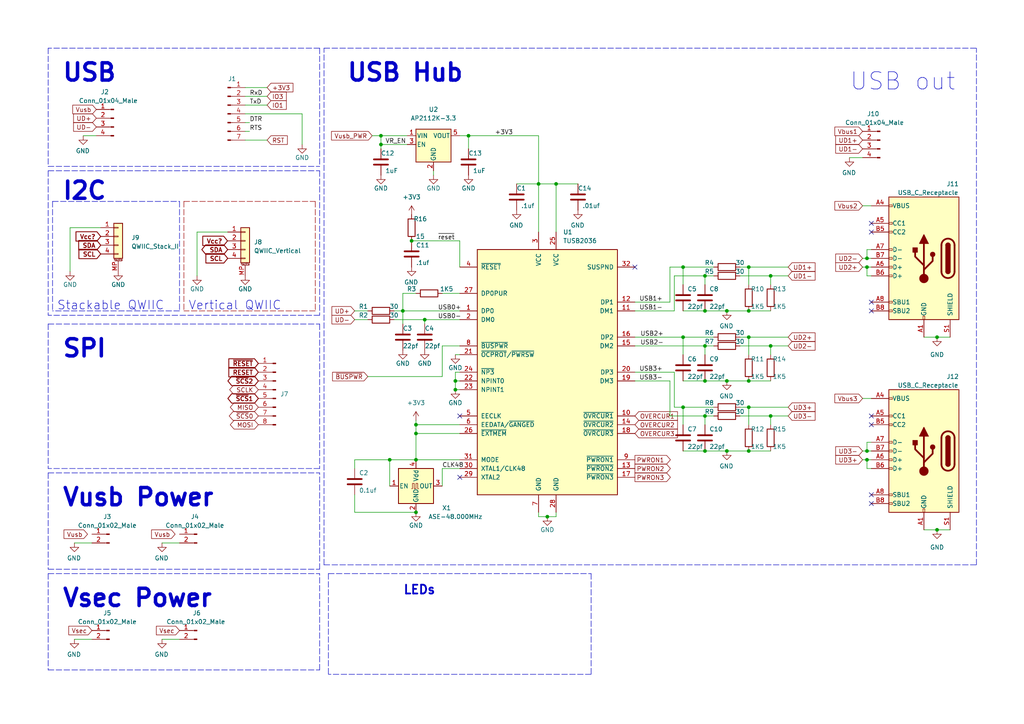
<source format=kicad_sch>
(kicad_sch (version 20211123) (generator eeschema)
  (paper "A4")
  (title_block (title "USB Hub") (rev "0.2.0") (company "The Nerd Mage"))
  (junction (at 251.46 77.47))
  (junction (at 251.46 74.93))
  (junction (at 328.93 132.08))
  (junction (at 119.38 69.85))
  (junction (at 161.29 53.34))
  (junction (at 204.47 110.49))
  (junction (at 123.19 92.71))
  (junction (at 113.03 133.35))
  (junction (at 210.82 90.17))
  (junction (at 132.08 113.03))
  (junction (at 251.46 133.35))
  (junction (at 328.93 40.64))
  (junction (at 217.17 77.47))
  (junction (at 335.28 45.72))
  (junction (at 110.49 41.91))
  (junction (at 320.04 69.85))
  (junction (at 217.17 110.49))
  (junction (at 271.78 97.79))
  (junction (at 198.12 97.79))
  (junction (at 120.65 148.59))
  (junction (at 217.17 118.11))
  (junction (at 223.52 100.33))
  (junction (at 271.78 153.67))
  (junction (at 328.93 78.74))
  (junction (at 328.93 123.19))
  (junction (at 204.47 120.65))
  (junction (at 116.84 90.17))
  (junction (at 198.12 118.11))
  (junction (at 120.65 133.35))
  (junction (at 335.28 137.16))
  (junction (at 110.49 39.37))
  (junction (at 320.04 123.19))
  (junction (at 132.08 110.49))
  (junction (at 198.12 77.47))
  (junction (at 217.17 90.17))
  (junction (at 156.21 53.34))
  (junction (at 217.17 130.81))
  (junction (at 223.52 120.65))
  (junction (at 210.82 110.49))
  (junction (at 328.93 31.75))
  (junction (at 223.52 80.01))
  (junction (at 120.65 123.19))
  (junction (at 217.17 97.79))
  (junction (at 204.47 100.33))
  (junction (at 204.47 80.01))
  (junction (at 320.04 31.75))
  (junction (at 135.89 39.37))
  (junction (at 335.28 83.82))
  (junction (at 120.65 125.73))
  (junction (at 210.82 130.81))
  (junction (at 328.93 69.85))
  (junction (at 204.47 90.17))
  (junction (at 251.46 130.81))
  (junction (at 158.75 149.86))
  (junction (at 204.47 130.81))
  (no_connect (at 252.73 90.17))
  (no_connect (at 184.15 77.47))
  (no_connect (at 252.73 123.19))
  (no_connect (at 252.73 67.31))
  (no_connect (at 133.35 138.43))
  (no_connect (at 252.73 64.77))
  (no_connect (at 252.73 120.65))
  (no_connect (at 252.73 146.05))
  (no_connect (at 252.73 143.51))
  (no_connect (at 133.35 120.65))
  (no_connect (at 252.73 87.63))
  (wire (pts (xy 132.08 107.95) (xy 132.08 110.49)))
  (wire (pts (xy 252.73 115.57) (xy 250.19 115.57)))
  (wire (pts (xy 214.63 77.47) (xy 217.17 77.47)))
  (wire (pts (xy 369.57 1.27) (xy 364.49 1.27)))
  (wire (pts (xy 252.73 130.81) (xy 251.46 130.81)))
  (wire (pts (xy 133.35 39.37) (xy 135.89 39.37)))
  (wire (pts (xy 204.47 80.01) (xy 204.47 82.55)))
  (wire (pts (xy 217.17 118.11) (xy 228.6 118.11)))
  (wire (pts (xy 328.93 123.19) (xy 336.55 123.19)))
  (wire (pts (xy 204.47 100.33) (xy 204.47 102.87)))
  (wire (pts (xy 110.49 41.91) (xy 110.49 43.18)))
  (wire (pts (xy 367.03 71.12) (xy 375.92 71.12)))
  (wire (pts (xy 320.04 31.75) (xy 328.93 31.75)))
  (polyline (pts (xy 95.25 166.37) (xy 171.45 166.37)))
  (wire (pts (xy 71.12 25.4) (xy 77.47 25.4)))
  (wire (pts (xy 367.03 140.97) (xy 375.92 140.97)))
  (wire (pts (xy 198.12 102.87) (xy 198.12 97.79)))
  (wire (pts (xy 132.08 113.03) (xy 133.35 113.03)))
  (wire (pts (xy 223.52 100.33) (xy 223.52 102.87)))
  (wire (pts (xy 336.55 69.85) (xy 336.55 71.12)))
  (wire (pts (xy 161.29 149.86) (xy 158.75 149.86)))
  (polyline (pts (xy 13.97 194.31) (xy 92.71 194.31)))
  (wire (pts (xy 313.69 78.74) (xy 328.93 78.74)))
  (wire (pts (xy 118.11 41.91) (xy 110.49 41.91)))
  (polyline (pts (xy 95.25 166.37) (xy 95.25 195.58)))
  (wire (pts (xy 156.21 53.34) (xy 156.21 67.31)))
  (wire (pts (xy 128.27 85.09) (xy 133.35 85.09)))
  (wire (pts (xy 198.12 123.19) (xy 198.12 118.11)))
  (polyline (pts (xy 92.71 194.31) (xy 92.71 166.37)))
  (wire (pts (xy 336.55 78.74) (xy 336.55 76.2)))
  (wire (pts (xy 184.15 97.79) (xy 198.12 97.79)))
  (polyline (pts (xy 92.71 91.44) (xy 13.97 91.44)))
  (wire (pts (xy 370.84 137.16) (xy 370.84 134.62)))
  (wire (pts (xy 328.93 31.75) (xy 336.55 31.75)))
  (wire (pts (xy 335.28 73.66) (xy 335.28 83.82)))
  (wire (pts (xy 335.28 35.56) (xy 335.28 45.72)))
  (polyline (pts (xy 53.34 58.42) (xy 91.44 58.42)) (stroke (width 0) (color 155 0 0 1)))
  (wire (pts (xy 251.46 77.47) (xy 250.19 77.47)))
  (wire (pts (xy 320.04 69.85) (xy 328.93 69.85)))
  (wire (pts (xy 156.21 53.34) (xy 156.21 39.37)))
  (wire (pts (xy 335.28 137.16) (xy 370.84 137.16)))
  (wire (pts (xy 195.58 90.17) (xy 195.58 80.01)))
  (wire (pts (xy 223.52 120.65) (xy 223.52 123.19)))
  (wire (pts (xy 320.04 137.16) (xy 335.28 137.16)))
  (wire (pts (xy 184.15 110.49) (xy 194.31 110.49)))
  (wire (pts (xy 214.63 120.65) (xy 223.52 120.65)))
  (wire (pts (xy 195.58 107.95) (xy 195.58 118.11)))
  (wire (pts (xy 71.12 30.48) (xy 77.47 30.48)))
  (wire (pts (xy 128.27 100.33) (xy 128.27 109.22)))
  (wire (pts (xy 204.47 110.49) (xy 210.82 110.49)))
  (wire (pts (xy 217.17 77.47) (xy 228.6 77.47)))
  (wire (pts (xy 133.35 102.87) (xy 132.08 102.87)))
  (wire (pts (xy 161.29 53.34) (xy 167.64 53.34)))
  (wire (pts (xy 214.63 100.33) (xy 223.52 100.33)))
  (wire (pts (xy 29.21 66.04) (xy 20.32 66.04)))
  (wire (pts (xy 204.47 100.33) (xy 207.01 100.33)))
  (wire (pts (xy 320.04 123.19) (xy 328.93 123.19)))
  (wire (pts (xy 210.82 110.49) (xy 217.17 110.49)))
  (wire (pts (xy 204.47 80.01) (xy 207.01 80.01)))
  (wire (pts (xy 156.21 149.86) (xy 156.21 148.59)))
  (polyline (pts (xy 53.34 58.42) (xy 53.34 90.17)) (stroke (width 0) (color 155 0 0 1)))
  (wire (pts (xy 320.04 83.82) (xy 335.28 83.82)))
  (wire (pts (xy 123.19 92.71) (xy 133.35 92.71)))
  (wire (pts (xy 133.35 69.85) (xy 133.35 77.47)))
  (wire (pts (xy 252.73 133.35) (xy 251.46 133.35)))
  (polyline (pts (xy 13.97 49.53) (xy 92.71 49.53)))
  (wire (pts (xy 184.15 100.33) (xy 204.47 100.33)))
  (polyline (pts (xy 13.97 166.37) (xy 92.71 166.37)))
  (wire (pts (xy 195.58 80.01) (xy 204.47 80.01)))
  (wire (pts (xy 132.08 110.49) (xy 132.08 113.03)))
  (wire (pts (xy 198.12 82.55) (xy 198.12 77.47)))
  (wire (pts (xy 252.73 74.93) (xy 251.46 74.93)))
  (wire (pts (xy 223.52 80.01) (xy 228.6 80.01)))
  (polyline (pts (xy 92.71 93.98) (xy 92.71 135.89)))
  (wire (pts (xy 370.84 83.82) (xy 370.84 81.28)))
  (wire (pts (xy 102.87 90.17) (xy 106.68 90.17)))
  (wire (pts (xy 149.86 53.34) (xy 156.21 53.34)))
  (wire (pts (xy 251.46 133.35) (xy 251.46 135.89)))
  (polyline (pts (xy 171.45 195.58) (xy 95.25 195.58)))
  (wire (pts (xy 107.95 39.37) (xy 110.49 39.37)))
  (wire (pts (xy 217.17 118.11) (xy 217.17 123.19)))
  (wire (pts (xy 184.15 87.63) (xy 194.31 87.63)))
  (wire (pts (xy 217.17 110.49) (xy 223.52 110.49)))
  (wire (pts (xy 313.69 31.75) (xy 320.04 31.75)))
  (wire (pts (xy 195.58 118.11) (xy 198.12 118.11)))
  (polyline (pts (xy 15.24 58.42) (xy 52.07 58.42)))
  (wire (pts (xy 198.12 77.47) (xy 207.01 77.47)))
  (wire (pts (xy 267.97 153.67) (xy 271.78 153.67)))
  (wire (pts (xy 251.46 74.93) (xy 250.19 74.93)))
  (wire (pts (xy 250.19 45.72) (xy 246.38 45.72)))
  (wire (pts (xy 251.46 77.47) (xy 251.46 80.01)))
  (wire (pts (xy 27.94 39.37) (xy 24.13 39.37)))
  (wire (pts (xy 336.55 127) (xy 335.28 127)))
  (wire (pts (xy 198.12 97.79) (xy 207.01 97.79)))
  (wire (pts (xy 116.84 90.17) (xy 116.84 93.98)))
  (wire (pts (xy 161.29 148.59) (xy 161.29 149.86)))
  (wire (pts (xy 335.28 45.72) (xy 370.84 45.72)))
  (wire (pts (xy 320.04 45.72) (xy 335.28 45.72)))
  (wire (pts (xy 161.29 53.34) (xy 161.29 67.31)))
  (wire (pts (xy 367.03 38.1) (xy 367.03 49.53)))
  (wire (pts (xy 223.52 80.01) (xy 223.52 82.55)))
  (wire (pts (xy 123.19 92.71) (xy 123.19 93.98)))
  (wire (pts (xy 313.69 123.19) (xy 320.04 123.19)))
  (wire (pts (xy 251.46 130.81) (xy 250.19 130.81)))
  (wire (pts (xy 120.65 133.35) (xy 113.03 133.35)))
  (wire (pts (xy 110.49 41.91) (xy 110.49 39.37)))
  (polyline (pts (xy 93.98 163.83) (xy 93.98 13.97)))
  (wire (pts (xy 336.55 40.64) (xy 336.55 38.1)))
  (wire (pts (xy 120.65 125.73) (xy 120.65 133.35)))
  (wire (pts (xy 125.73 50.8) (xy 125.73 49.53)))
  (polyline (pts (xy 92.71 13.97) (xy 13.97 13.97)))
  (wire (pts (xy 106.68 109.22) (xy 128.27 109.22)))
  (wire (pts (xy 336.55 35.56) (xy 335.28 35.56)))
  (wire (pts (xy 120.65 123.19) (xy 120.65 125.73)))
  (wire (pts (xy 271.78 97.79) (xy 275.59 97.79)))
  (wire (pts (xy 367.03 35.56) (xy 370.84 35.56)))
  (wire (pts (xy 135.89 39.37) (xy 156.21 39.37)))
  (wire (pts (xy 135.89 39.37) (xy 135.89 43.18)))
  (polyline (pts (xy 91.44 58.42) (xy 91.44 90.17)) (stroke (width 0) (color 155 0 0 1)))
  (wire (pts (xy 66.04 69.85) (xy 65.9851 69.8684)))
  (wire (pts (xy 313.69 132.08) (xy 328.93 132.08)))
  (polyline (pts (xy 15.24 58.42) (xy 15.24 90.17)))
  (wire (pts (xy 71.12 40.64) (xy 77.47 40.64)))
  (wire (pts (xy 336.55 123.19) (xy 336.55 124.46)))
  (wire (pts (xy 128.27 135.89) (xy 133.35 135.89)))
  (wire (pts (xy 367.03 49.53) (xy 375.92 49.53)))
  (polyline (pts (xy 93.98 13.97) (xy 283.21 13.97)))
  (wire (pts (xy 158.75 149.86) (xy 156.21 149.86)))
  (wire (pts (xy 382.27 1.27) (xy 391.16 1.27)))
  (wire (pts (xy 87.63 33.02) (xy 71.12 33.02)))
  (wire (pts (xy 210.82 90.17) (xy 217.17 90.17)))
  (polyline (pts (xy 13.97 137.16) (xy 13.97 165.1)))
  (wire (pts (xy 251.46 72.39) (xy 251.46 74.93)))
  (polyline (pts (xy 92.71 49.53) (xy 92.71 91.44)))
  (wire (pts (xy 46.99 157.48) (xy 52.07 157.48)))
  (wire (pts (xy 252.73 59.69) (xy 250.19 59.69)))
  (wire (pts (xy 194.31 110.49) (xy 194.31 120.65)))
  (wire (pts (xy 367.03 73.66) (xy 370.84 73.66)))
  (wire (pts (xy 21.59 157.48) (xy 26.67 157.48)))
  (wire (pts (xy 367.03 124.46) (xy 375.92 124.46)))
  (wire (pts (xy 71.12 38.1) (xy 72.39 38.1)))
  (wire (pts (xy 223.52 100.33) (xy 228.6 100.33)))
  (wire (pts (xy 114.3 90.17) (xy 116.84 90.17)))
  (wire (pts (xy 252.73 80.01) (xy 251.46 80.01)))
  (wire (pts (xy 335.28 127) (xy 335.28 137.16)))
  (polyline (pts (xy 13.97 93.98) (xy 92.71 93.98)))
  (wire (pts (xy 120.65 121.92) (xy 120.65 123.19)))
  (wire (pts (xy 71.12 27.94) (xy 77.47 27.94)))
  (wire (pts (xy 57.15 67.31) (xy 57.15 80.01)))
  (wire (pts (xy 198.12 90.17) (xy 204.47 90.17)))
  (wire (pts (xy 194.31 120.65) (xy 204.47 120.65)))
  (polyline (pts (xy 13.97 166.37) (xy 13.97 194.31)))
  (wire (pts (xy 367.03 87.63) (xy 375.92 87.63)))
  (wire (pts (xy 194.31 77.47) (xy 198.12 77.47)))
  (polyline (pts (xy 91.44 90.17) (xy 53.34 90.17)) (stroke (width 0) (color 155 0 0 1)))
  (wire (pts (xy 320.04 39.37) (xy 320.04 45.72)))
  (wire (pts (xy 336.55 31.75) (xy 336.55 33.02)))
  (wire (pts (xy 156.21 53.34) (xy 161.29 53.34)))
  (wire (pts (xy 214.63 97.79) (xy 217.17 97.79)))
  (polyline (pts (xy 13.97 13.97) (xy 13.97 48.26)))
  (wire (pts (xy 367.03 76.2) (xy 367.03 87.63)))
  (wire (pts (xy 132.08 107.95) (xy 133.35 107.95)))
  (wire (pts (xy 113.03 133.35) (xy 102.87 133.35)))
  (wire (pts (xy 198.12 130.81) (xy 204.47 130.81)))
  (wire (pts (xy 120.65 123.19) (xy 133.35 123.19)))
  (wire (pts (xy 252.73 77.47) (xy 251.46 77.47)))
  (wire (pts (xy 46.99 185.42) (xy 52.07 185.42)))
  (wire (pts (xy 116.84 90.17) (xy 133.35 90.17)))
  (wire (pts (xy 328.93 39.37) (xy 328.93 40.64)))
  (wire (pts (xy 128.27 135.89) (xy 128.27 140.97)))
  (polyline (pts (xy 13.97 137.16) (xy 92.71 137.16)))
  (wire (pts (xy 198.12 118.11) (xy 207.01 118.11)))
  (polyline (pts (xy 52.07 90.17) (xy 15.24 90.17)))
  (wire (pts (xy 204.47 90.17) (xy 210.82 90.17)))
  (wire (pts (xy 198.12 110.49) (xy 204.47 110.49)))
  (wire (pts (xy 251.46 133.35) (xy 250.19 133.35)))
  (wire (pts (xy 217.17 90.17) (xy 223.52 90.17)))
  (wire (pts (xy 110.49 39.37) (xy 118.11 39.37)))
  (wire (pts (xy 132.08 110.49) (xy 133.35 110.49)))
  (wire (pts (xy 66.04 67.31) (xy 57.15 67.31)))
  (wire (pts (xy 271.78 153.67) (xy 275.59 153.67)))
  (wire (pts (xy 328.93 77.47) (xy 328.93 78.74)))
  (wire (pts (xy 217.17 130.81) (xy 223.52 130.81)))
  (wire (pts (xy 210.82 130.81) (xy 217.17 130.81)))
  (wire (pts (xy 313.69 69.85) (xy 320.04 69.85)))
  (wire (pts (xy 116.84 85.09) (xy 116.84 90.17)))
  (wire (pts (xy 120.65 133.35) (xy 133.35 133.35)))
  (wire (pts (xy 214.63 80.01) (xy 223.52 80.01)))
  (wire (pts (xy 214.63 118.11) (xy 217.17 118.11)))
  (wire (pts (xy 87.63 41.91) (xy 87.63 33.02)))
  (polyline (pts (xy 52.07 58.42) (xy 52.07 90.17)))
  (polyline (pts (xy 93.98 163.83) (xy 283.21 163.83)))
  (wire (pts (xy 133.35 125.73) (xy 120.65 125.73)))
  (wire (pts (xy 102.87 148.59) (xy 120.65 148.59)))
  (wire (pts (xy 328.93 132.08) (xy 336.55 132.08)))
  (wire (pts (xy 370.84 45.72) (xy 370.84 43.18)))
  (wire (pts (xy 217.17 77.47) (xy 217.17 82.55)))
  (wire (pts (xy 252.73 72.39) (xy 251.46 72.39)))
  (wire (pts (xy 335.28 83.82) (xy 370.84 83.82)))
  (polyline (pts (xy 92.71 165.1) (xy 92.71 137.16)))
  (wire (pts (xy 20.32 66.04) (xy 20.32 78.74)))
  (wire (pts (xy 204.47 120.65) (xy 204.47 123.19)))
  (wire (pts (xy 223.52 120.65) (xy 228.6 120.65)))
  (wire (pts (xy 367.03 129.54) (xy 367.03 140.97)))
  (wire (pts (xy 320.04 130.81) (xy 320.04 137.16)))
  (wire (pts (xy 133.35 100.33) (xy 128.27 100.33)))
  (wire (pts (xy 252.73 135.89) (xy 251.46 135.89)))
  (wire (pts (xy 336.55 73.66) (xy 335.28 73.66)))
  (wire (pts (xy 320.04 77.47) (xy 320.04 83.82)))
  (wire (pts (xy 328.93 69.85) (xy 336.55 69.85)))
  (wire (pts (xy 217.17 97.79) (xy 228.6 97.79)))
  (wire (pts (xy 252.73 128.27) (xy 251.46 128.27)))
  (wire (pts (xy 102.87 133.35) (xy 102.87 135.89)))
  (polyline (pts (xy 92.71 13.97) (xy 92.71 48.26)))
  (polyline (pts (xy 171.45 166.37) (xy 171.45 195.58)))
  (wire (pts (xy 367.03 127) (xy 370.84 127)))
  (wire (pts (xy 217.17 97.79) (xy 217.17 102.87)))
  (wire (pts (xy 367.03 33.02) (xy 375.92 33.02)))
  (wire (pts (xy 194.31 87.63) (xy 194.31 77.47)))
  (wire (pts (xy 114.3 92.71) (xy 123.19 92.71)))
  (wire (pts (xy 313.69 40.64) (xy 328.93 40.64)))
  (polyline (pts (xy 13.97 93.98) (xy 13.97 135.89)))
  (wire (pts (xy 119.38 69.85) (xy 133.35 69.85)))
  (wire (pts (xy 184.15 90.17) (xy 195.58 90.17)))
  (wire (pts (xy 267.97 97.79) (xy 271.78 97.79)))
  (wire (pts (xy 71.12 35.56) (xy 72.39 35.56)))
  (polyline (pts (xy 283.21 163.83) (xy 283.21 13.97)))
  (wire (pts (xy 120.65 85.09) (xy 116.84 85.09)))
  (polyline (pts (xy 13.97 48.26) (xy 92.71 48.26)))
  (wire (pts (xy 204.47 130.81) (xy 210.82 130.81)))
  (wire (pts (xy 204.47 120.65) (xy 207.01 120.65)))
  (wire (pts (xy 336.55 132.08) (xy 336.55 129.54)))
  (wire (pts (xy 184.15 107.95) (xy 195.58 107.95)))
  (wire (pts (xy 328.93 130.81) (xy 328.93 132.08)))
  (polyline (pts (xy 13.97 165.1) (xy 92.71 165.1)))
  (wire (pts (xy 328.93 40.64) (xy 336.55 40.64)))
  (polyline (pts (xy 92.71 135.89) (xy 13.97 135.89)))
  (wire (pts (xy 21.59 185.42) (xy 26.67 185.42)))
  (wire (pts (xy 113.03 133.35) (xy 113.03 140.97)))
  (wire (pts (xy 328.93 78.74) (xy 336.55 78.74)))
  (wire (pts (xy 251.46 128.27) (xy 251.46 130.81)))
  (wire (pts (xy 102.87 143.51) (xy 102.87 148.59)))
  (wire (pts (xy 102.87 92.71) (xy 106.68 92.71)))
  (polyline (pts (xy 13.97 49.53) (xy 13.97 91.44)))
  (text "USB out" (at 246.38 26.67 0) (effects (font (size 5 5)) (justify left bottom)))
  (text "Vusb Power" (at 17.78 147.32 0) (effects (font (size 5 5) (thickness 1) bold) (justify left bottom)))
  (text "I2C" (at 17.78 58.42 0) (effects (font (size 5 5) (thickness 1) bold) (justify left bottom)))
  (text "Stackable QWIIC" (at 16.51 90.17 0) (effects (font (size 2.54 2.54)) (justify left bottom)))
  (text "SPI" (at 17.78 104.14 0) (effects (font (size 5 5) (thickness 1) bold) (justify left bottom)))
  (text "Vsec Power" (at 17.78 176.53 0) (effects (font (size 5 5) (thickness 1) bold) (justify left bottom)))
  (text "USB" (at 17.78 24.13 0) (effects (font (size 5 5) (thickness 1) bold) (justify left bottom)))
  (text "USB Hub" (at 100.33 24.13 0) (effects (font (size 5 5) (thickness 1) bold) (justify left bottom)))
  (text "LCSC: C10677" (at 320.04 160.02 0) (effects (font (size 1.27 1.27) italic) (justify left bottom)))
  (text "Vertical QWIIC" (at 54.61 90.17 0) (effects (font (size 2.54 2.54)) (justify left bottom)))
  (text "LEDs" (at 116.84 172.72 180) (effects (font (size 2.54 2.54) (thickness 0.508) bold) (justify left bottom)))
  (label "VR_EN" (at 111.76 41.91 0))
  (label "USB0+" (at 127 90.17 0))
  (label "+3V3" (at 143.51 39.37 0))
  (label "TxD" (at 72.39 30.48 0))
  (label "USB2+" (at 185.7202 97.79 0))
  (label "USB1+" (at 185.42 87.63 0))
  (label "~{reset}" (at 127 69.85 0))
  (label "USB1-" (at 185.42 90.17 0))
  (label "USB2-" (at 185.7202 100.33 0))
  (label "DTR" (at 72.39 35.56 0))
  (label "USB0-" (at 127 92.71 0))
  (label "RTS" (at 72.39 38.1 0))
  (label "RxD" (at 72.39 27.94 0))
  (label "CLK48" (at 128.27 135.89 0))
  (label "USB3-" (at 185.42 110.49 0))
  (label "USB3+" (at 185.42 107.95 0))
  (global_label "Vusb" (shape input) (at 331.47 1.27 180) (property "Intersheet References" "${INTERSHEET_REFS}" (effects hide)))
  (global_label "UD2+" (shape input) (at 228.6 97.79 0) (property "Intersheet References" "${INTERSHEET_REFS}" (effects hide)))
  (global_label "UD3+" (shape input) (at 228.6 118.11 0) (property "Intersheet References" "${INTERSHEET_REFS}" (effects hide)))
  (global_label "OVERCUR2" (shape input) (at 184.15 123.19 0) (property "Intersheet References" "${INTERSHEET_REFS}" (effects hide)))
  (global_label "UD3-" (shape input) (at 431.8 166.37 180) (property "Intersheet References" "${INTERSHEET_REFS}" (effects hide)))
  (global_label "Vbus2" (shape input) (at 250.19 59.69 180) (property "Intersheet References" "${INTERSHEET_REFS}" (effects hide)))
  (global_label "UD+" (shape input) (at 102.87 90.17 180) (property "Intersheet References" "${INTERSHEET_REFS}" (effects hide)))
  (global_label "Vcc?" (shape input) (at 29.21 68.58 180) (effects (font (thickness 0.254) bold)) (property "Intersheet References" "${INTERSHEET_REFS}" (effects hide)))
  (global_label "Vusb" (shape input) (at 27.94 31.75 180) (property "Intersheet References" "${INTERSHEET_REFS}" (effects hide)))
  (global_label "SCL" (shape input) (at 66.04 74.93 180) (effects (font (thickness 0.254) bold)) (property "Intersheet References" "${INTERSHEET_REFS}" (effects hide)))
  (global_label "UD-" (shape input) (at 102.87 92.71 180) (property "Intersheet References" "${INTERSHEET_REFS}" (effects hide)))
  (global_label "Vusb_PWR" (shape input) (at 337.82 5.08 270) (property "Intersheet References" "${INTERSHEET_REFS}" (effects hide)))
  (global_label "~{SCS}0" (shape bidirectional) (at 74.93 120.65 180) (property "Intersheet References" "${INTERSHEET_REFS}" (effects hide)))
  (global_label "SDA" (shape bidirectional) (at 66.04 72.39 180) (effects (font bold)) (property "Intersheet References" "${INTERSHEET_REFS}" (effects hide)))
  (global_label "Vusb" (shape input) (at 25.4 154.94 180) (property "Intersheet References" "${INTERSHEET_REFS}" (effects hide)))
  (global_label "MOSI" (shape bidirectional) (at 74.93 123.19 180) (property "Intersheet References" "${INTERSHEET_REFS}" (effects hide)))
  (global_label "IO3" (shape input) (at 77.47 27.94 0) (property "Intersheet References" "${INTERSHEET_REFS}" (effects hide)))
  (global_label "UD+" (shape input) (at 317.5 176.53 180) (property "Intersheet References" "${INTERSHEET_REFS}" (effects hide)))
  (global_label "Vusb" (shape input) (at 50.8 154.94 180) (property "Intersheet References" "${INTERSHEET_REFS}" (effects hide)))
  (global_label "Vsec" (shape input) (at 26.67 182.88 180) (property "Intersheet References" "${INTERSHEET_REFS}" (effects hide)))
  (global_label "IO1" (shape input) (at 77.47 30.48 0) (property "Intersheet References" "${INTERSHEET_REFS}" (effects hide)))
  (global_label "Vusb_PWR" (shape input) (at 107.95 39.37 180) (property "Intersheet References" "${INTERSHEET_REFS}" (effects hide)))
  (global_label "UD1-" (shape input) (at 355.6 166.37 180) (property "Intersheet References" "${INTERSHEET_REFS}" (effects hide)))
  (global_label "PWRON3" (shape output) (at 184.15 138.43 0) (property "Intersheet References" "${INTERSHEET_REFS}" (effects hide)))
  (global_label "UD2+" (shape input) (at 250.19 77.47 180) (property "Intersheet References" "${INTERSHEET_REFS}" (effects hide)))
  (global_label "UD2-" (shape input) (at 250.19 74.93 180) (property "Intersheet References" "${INTERSHEET_REFS}" (effects hide)))
  (global_label "Vbus3" (shape input) (at 375.92 124.46 0) (property "Intersheet References" "${INTERSHEET_REFS}" (effects hide)))
  (global_label "OVERCUR1" (shape output) (at 375.92 49.53 0) (property "Intersheet References" "${INTERSHEET_REFS}" (effects hide)))
  (global_label "UD-" (shape input) (at 27.94 36.83 180) (property "Intersheet References" "${INTERSHEET_REFS}" (effects hide)))
  (global_label "Vsec" (shape input) (at 344.17 1.27 0) (property "Intersheet References" "${INTERSHEET_REFS}" (effects hide)))
  (global_label "UD3+" (shape input) (at 250.19 133.35 180) (property "Intersheet References" "${INTERSHEET_REFS}" (effects hide)))
  (global_label "~{RESET}" (shape input) (at 74.93 105.41 180) (effects (font (thickness 0.254) bold)) (property "Intersheet References" "${INTERSHEET_REFS}" (effects hide)))
  (global_label "SCLK" (shape bidirectional) (at 74.93 113.03 180) (property "Intersheet References" "${INTERSHEET_REFS}" (effects hide)))
  (global_label "UD3+" (shape input) (at 431.8 176.53 180) (property "Intersheet References" "${INTERSHEET_REFS}" (effects hide)))
  (global_label "Vusb_PWR" (shape input) (at 313.69 123.19 180) (property "Intersheet References" "${INTERSHEET_REFS}" (effects hide)))
  (global_label "UD3-" (shape input) (at 250.19 130.81 180) (property "Intersheet References" "${INTERSHEET_REFS}" (effects hide)))
  (global_label "UD1+" (shape input) (at 250.19 40.64 180) (property "Intersheet References" "${INTERSHEET_REFS}" (effects hide)))
  (global_label "Vbus1" (shape input) (at 375.92 33.02 0) (property "Intersheet References" "${INTERSHEET_REFS}" (effects hide)))
  (global_label "UD2+" (shape input) (at 393.7 176.53 180) (property "Intersheet References" "${INTERSHEET_REFS}" (effects hide)))
  (global_label "UD-" (shape input) (at 317.5 166.37 180) (property "Intersheet References" "${INTERSHEET_REFS}" (effects hide)))
  (global_label "UD1+" (shape input) (at 228.6 77.47 0) (property "Intersheet References" "${INTERSHEET_REFS}" (effects hide)))
  (global_label "UD3-" (shape input) (at 228.6 120.65 0) (property "Intersheet References" "${INTERSHEET_REFS}" (effects hide)))
  (global_label "OVERCUR3" (shape output) (at 375.92 140.97 0) (property "Intersheet References" "${INTERSHEET_REFS}" (effects hide)))
  (global_label "UD1+" (shape input) (at 355.6 176.53 180) (property "Intersheet References" "${INTERSHEET_REFS}" (effects hide)))
  (global_label "SDA" (shape input) (at 29.21 71.12 180) (effects (font bold)) (property "Intersheet References" "${INTERSHEET_REFS}" (effects hide)))
  (global_label "Vbus2" (shape input) (at 375.92 71.12 0) (property "Intersheet References" "${INTERSHEET_REFS}" (effects hide)))
  (global_label "PWRON1" (shape output) (at 184.15 133.35 0) (property "Intersheet References" "${INTERSHEET_REFS}" (effects hide)))
  (global_label "UD2-" (shape input) (at 228.6 100.33 0) (property "Intersheet References" "${INTERSHEET_REFS}" (effects hide)))
  (global_label "Vusb_PWR" (shape input) (at 313.69 31.75 180) (property "Intersheet References" "${INTERSHEET_REFS}" (effects hide)))
  (global_label "PWRON2" (shape output) (at 184.15 135.89 0) (property "Intersheet References" "${INTERSHEET_REFS}" (effects hide)))
  (global_label "~{BUSPWR}" (shape input) (at 106.68 109.22 180) (property "Intersheet References" "${INTERSHEET_REFS}" (effects hide)))
  (global_label "OVERCUR3" (shape input) (at 184.15 125.73 0) (property "Intersheet References" "${INTERSHEET_REFS}" (effects hide)))
  (global_label "Vbus1" (shape input) (at 250.19 38.1 180) (property "Intersheet References" "${INTERSHEET_REFS}" (effects hide)))
  (global_label "UD1-" (shape input) (at 228.6 80.01 0) (property "Intersheet References" "${INTERSHEET_REFS}" (effects hide)))
  (global_label "Vcc?" (shape input) (at 65.9851 69.8684 180) (effects (font (thickness 0.254) bold)) (property "Intersheet References" "${INTERSHEET_REFS}" (effects hide)))
  (global_label "~{SCS}2" (shape bidirectional) (at 74.93 110.49 180) (effects (font (thickness 0.254) bold)) (property "Intersheet References" "${INTERSHEET_REFS}" (effects hide)))
  (global_label "+3V3" (shape input) (at 77.47 25.4 0) (property "Intersheet References" "${INTERSHEET_REFS}" (effects hide)))
  (global_label "OVERCUR2" (shape output) (at 375.92 87.63 0) (property "Intersheet References" "${INTERSHEET_REFS}" (effects hide)))
  (global_label "~{SCS}1" (shape bidirectional) (at 74.93 115.57 180) (effects (font (thickness 0.254) bold)) (property "Intersheet References" "${INTERSHEET_REFS}" (effects hide)))
  (global_label "PWRON3" (shape input) (at 313.69 132.08 180) (property "Intersheet References" "${INTERSHEET_REFS}" (effects hide)))
  (global_label "UD1-" (shape input) (at 250.19 43.18 180) (property "Intersheet References" "${INTERSHEET_REFS}" (effects hide)))
  (global_label "SCL" (shape input) (at 29.21 73.66 180) (effects (font (thickness 0.254) bold)) (property "Intersheet References" "${INTERSHEET_REFS}" (effects hide)))
  (global_label "Vbus3" (shape input) (at 250.19 115.57 180) (property "Intersheet References" "${INTERSHEET_REFS}" (effects hide)))
  (global_label "MISO" (shape bidirectional) (at 74.93 118.11 180) (property "Intersheet References" "${INTERSHEET_REFS}" (effects hide)))
  (global_label "PWRON2" (shape input) (at 313.69 78.74 180) (property "Intersheet References" "${INTERSHEET_REFS}" (effects hide)))
  (global_label "Vsec" (shape input) (at 52.07 182.88 180) (property "Intersheet References" "${INTERSHEET_REFS}" (effects hide)))
  (global_label "Vusb_PWR" (shape input) (at 313.69 69.85 180) (property "Intersheet References" "${INTERSHEET_REFS}" (effects hide)))
  (global_label "OVERCUR1" (shape input) (at 184.15 120.65 0) (property "Intersheet References" "${INTERSHEET_REFS}" (effects hide)))
  (global_label "RESET" (shape input) (at 74.93 107.95 180) (effects (font (thickness 0.254) bold)) (property "Intersheet References" "${INTERSHEET_REFS}" (effects hide)))
  (global_label "PWRON1" (shape input) (at 313.69 40.64 180) (property "Intersheet References" "${INTERSHEET_REFS}" (effects hide)))
  (global_label "~{BUSPWR}" (shape input) (at 375.92 5.08 270) (property "Intersheet References" "${INTERSHEET_REFS}" (effects hide)))
  (global_label "UD2-" (shape input) (at 393.7 166.37 180) (property "Intersheet References" "${INTERSHEET_REFS}" (effects hide)))
  (global_label "UD+" (shape input) (at 27.94 34.29 180) (property "Intersheet References" "${INTERSHEET_REFS}" (effects hide)))
  (global_label "RST" (shape input) (at 77.47 40.64 0) (property "Intersheet References" "${INTERSHEET_REFS}" (effects hide)))
  (symbol (lib_id "Device:C") (at 116.84 97.79 0) (unit 1)
    (property "Reference" "C3" (at 116.84 95.25 0) (effects (justify left)))
    (property "Value" "22pf" (at 116.84 100.33 0) (effects (justify left)))
    (property "Footprint" "Capacitor_SMD:C_0603_1608Metric" (effects hide))
  )
  (symbol (lib_id "Device:R") (at 124.46 85.09 90) (unit 1)
    (property "Reference" "R3" (at 119.38 83.82 90))
    (property "Value" "1K5" (at 129.54 83.82 90))
    (property "Footprint" "Resistor_SMD:R_0603_1608Metric" (effects hide))
  )
  (symbol (lib_id "Device:R") (at 210.82 120.65 90) (unit 1)
    (property "Reference" "R9" (at 205.74 119.38 90))
    (property "Value" "30" (at 214.63 119.38 90))
    (property "Footprint" "Resistor_SMD:R_0603_1608Metric" (effects hide))
  )
  (symbol (lib_id "Jumper:Jumper_3_Bridged12") (at 337.82 1.27 0) (unit 1)
    (property "Reference" "JP1" (at 337.82 -3.81 0))
    (property "Value" "Jumper_3_Bridged12" (at 337.82 -1.27 0))
    (property "Footprint" "Jumper:SolderJumper-3_P1.3mm_Bridged2Bar12_RoundedPad1.0x1.5mm" (effects hide))
  )
  (symbol (lib_id "Device:C") (at 167.64 57.15 0) (unit 1)
    (property "Reference" "C14" (at 167.64 54.61 0) (effects (justify left)))
    (property "Value" ".01uf" (at 168.91 59.69 0) (effects (justify left)))
    (property "Footprint" "Capacitor_SMD:C_0603_1608Metric" (effects hide))
  )
  (symbol (lib_id "power:GND") (at 132.08 102.87 0) (mirror y) (unit 1)
    (property "Reference" "#PWR0132" (effects hide))
    (property "Value" "GND" (at 132.08 106.68 0))
  )
  (symbol (lib_id "power:GND") (at 125.73 50.8 0) (unit 1)
    (property "Reference" "#PWR0133" (effects hide))
    (property "Value" "GND" (at 125.73 54.61 0))
  )
  (symbol (lib_id "Device:R") (at 328.93 35.56 0) (unit 1)
    (property "Reference" "R17" (at 330.2 30.48 0))
    (property "Value" "100k" (at 331.47 39.37 0))
    (property "Footprint" "Resistor_SMD:R_0603_1608Metric" (effects hide))
  )
  (symbol (lib_id "power:GND") (at 123.19 101.6 0) (mirror y) (unit 1)
    (property "Reference" "#PWR0119" (effects hide))
    (property "Value" "GND" (at 123.19 105.41 0))
  )
  (symbol (lib_id "PGB1010603NR:PGB1010603NR") (at 393.7 166.37 0) (unit 1)
    (property "Reference" "D5" (at 403.86 162.56 0))
    (property "Value" "PGB1010603NR" (at 403.86 170.18 0))
    (property "Footprint" "Tinker:PGB1010603NRHF" (effects hide))
    (property "Reference_1" "D" (effects hide))
    (property "Value_1" "PGB1010603NR" (effects hide))
    (property "Footprint_1" "PGB1010603NRHF" (effects hide))
    (property "Datasheet_1" "https://www.littelfuse.com/data/en/data_sheets/littelfuse_pulseguard-esd_pgb1.pdf" (effects hide))
    (property "Height" "0.36" (effects hide))
    (property "Manufacturer_Name" "LITTELFUSE" (effects hide))
    (property "Manufacturer_Part_Number" "PGB1010603NR" (effects hide))
    (property "Mouser Part Number" "576-PGB1010603NR" (effects hide))
    (property "Mouser Price/Stock" "https://www.mouser.co.uk/ProductDetail/Littelfuse/PGB1010603NR?qs=gu7KAQ731UTJOoBJUwB8FA%3D%3D" (effects hide))
    (property "Arrow Part Number" "PGB1010603NR" (effects hide))
    (property "Arrow Price/Stock" "https://www.arrow.com/en/products/pgb1010603nr/littelfuse?region=nac" (effects hide))
    (property "LCSC" "C10677" (effects hide))
    (property "DigiKey" "F3591CT-ND" (effects hide))
  )
  (symbol (lib_id "power:+3V3") (at 391.16 1.27 0) (unit 1)
    (property "Reference" "#PWR0143" (effects hide))
    (property "Value" "+3V3" (at 391.16 -3.81 0))
  )
  (symbol (lib_id "PGB1010603NR:PGB1010603NR") (at 355.6 166.37 0) (unit 1)
    (property "Reference" "D3" (at 365.76 162.56 0))
    (property "Value" "PGB1010603NR" (at 365.76 170.18 0))
    (property "Footprint" "Tinker:PGB1010603NRHF" (effects hide))
    (property "Reference_1" "D" (effects hide))
    (property "Value_1" "PGB1010603NR" (effects hide))
    (property "Footprint_1" "PGB1010603NRHF" (effects hide))
    (property "Datasheet_1" "https://www.littelfuse.com/data/en/data_sheets/littelfuse_pulseguard-esd_pgb1.pdf" (effects hide))
    (property "Height" "0.36" (effects hide))
    (property "Manufacturer_Name" "LITTELFUSE" (effects hide))
    (property "Manufacturer_Part_Number" "PGB1010603NR" (effects hide))
    (property "Mouser Part Number" "576-PGB1010603NR" (effects hide))
    (property "Mouser Price/Stock" "https://www.mouser.co.uk/ProductDetail/Littelfuse/PGB1010603NR?qs=gu7KAQ731UTJOoBJUwB8FA%3D%3D" (effects hide))
    (property "Arrow Part Number" "PGB1010603NR" (effects hide))
    (property "Arrow Price/Stock" "https://www.arrow.com/en/products/pgb1010603nr/littelfuse?region=nac" (effects hide))
    (property "LCSC" "C10677" (effects hide))
    (property "DigiKey" "F3591CT-ND" (effects hide))
  )
  (symbol (lib_id "power:GND") (at 271.78 153.67 0) (mirror y) (unit 1)
    (property "Reference" "#PWR0115" (effects hide))
    (property "Value" "GND" (at 271.78 158.75 0))
  )
  (symbol (lib_id "power:GND") (at 414.02 166.37 0) (unit 1)
    (property "Reference" "#PWR0139" (effects hide))
    (property "Value" "GND" (at 414.147 170.7642 0))
  )
  (symbol (lib_id "power:GND") (at 120.65 148.59 0) (unit 1)
    (property "Reference" "#PWR0125" (effects hide))
    (property "Value" "GND" (at 120.65 152.4 0))
  )
  (symbol (lib_id "power:GND") (at 414.02 176.53 0) (unit 1)
    (property "Reference" "#PWR0138" (effects hide))
    (property "Value" "GND" (at 414.02 180.34 0))
  )
  (symbol (lib_id "Device:R") (at 328.93 127 0) (unit 1)
    (property "Reference" "R19" (at 330.2 121.92 0))
    (property "Value" "100k" (at 331.47 130.81 0))
    (property "Footprint" "Resistor_SMD:R_0603_1608Metric" (effects hide))
  )
  (symbol (lib_id "power:GND") (at 132.08 113.03 0) (mirror y) (unit 1)
    (property "Reference" "#PWR0122" (effects hide))
    (property "Value" "GND" (at 132.08 116.84 0))
  )
  (symbol (lib_id "power:GND") (at 452.12 176.53 0) (unit 1)
    (property "Reference" "#PWR0140" (effects hide))
    (property "Value" "GND" (at 452.12 180.34 0))
  )
  (symbol (lib_id "power:GND") (at 375.92 176.53 0) (unit 1)
    (property "Reference" "#PWR0109" (effects hide))
    (property "Value" "GND" (at 375.92 180.34 0))
  )
  (symbol (lib_id "Connector:Conn_01x02_Male") (at 31.75 154.94 0) (mirror y) (unit 1)
    (property "Reference" "J3" (at 31.115 149.86 0))
    (property "Value" "Conn_01x02_Male" (at 31.115 152.4 0))
    (property "Footprint" "Tinker:Board_Stacker_2" (effects hide))
    (property "LCSC" "C2938400 + C2881511" (effects hide))
  )
  (symbol (lib_id "power:GND") (at 135.89 50.8 0) (unit 1)
    (property "Reference" "#PWR0135" (effects hide))
    (property "Value" "GND" (at 135.89 54.61 0))
  )
  (symbol (lib_id "Device:R") (at 223.52 86.36 0) (unit 1)
    (property "Reference" "R13" (at 226.06 83.82 0))
    (property "Value" "1K5" (at 226.06 88.9 0))
    (property "Footprint" "Resistor_SMD:R_0603_1608Metric" (effects hide))
  )
  (symbol (lib_id "power:GND") (at 116.84 101.6 0) (mirror y) (unit 1)
    (property "Reference" "#PWR0121" (effects hide))
    (property "Value" "GND" (at 116.84 105.41 0))
  )
  (symbol (lib_id "Device:R") (at 210.82 100.33 90) (unit 1)
    (property "Reference" "R7" (at 205.74 99.06 90))
    (property "Value" "30" (at 214.63 99.06 90))
    (property "Footprint" "Resistor_SMD:R_0603_1608Metric" (effects hide))
  )
  (symbol (lib_id "power:GND") (at 167.64 60.96 0) (mirror y) (unit 1)
    (property "Reference" "#PWR0118" (effects hide))
    (property "Value" "GND" (at 167.513 65.3542 0))
  )
  (symbol (lib_id "power:GND") (at 24.13 39.37 0) (mirror y) (unit 1)
    (property "Reference" "#PWR0106" (effects hide))
    (property "Value" "GND" (at 24.003 43.7642 0))
  )
  (symbol (lib_id "Connector:Conn_01x02_Male") (at 57.15 154.94 0) (mirror y) (unit 1)
    (property "Reference" "J4" (at 56.515 149.86 0))
    (property "Value" "Conn_01x02_Male" (at 56.515 152.4 0))
    (property "Footprint" "Tinker:Board_Stacker_2" (effects hide))
    (property "LCSC" "C2938400 + C2881511" (effects hide))
  )
  (symbol (lib_id "PGB1010603NR:PGB1010603NR") (at 393.7 176.53 0) (unit 1)
    (property "Reference" "D6" (at 403.86 172.72 0))
    (property "Value" "PGB1010603NR" (at 403.86 180.34 0))
    (property "Footprint" "Tinker:PGB1010603NRHF" (effects hide))
    (property "Reference_1" "D" (effects hide))
    (property "Value_1" "PGB1010603NR" (effects hide))
    (property "Footprint_1" "PGB1010603NRHF" (effects hide))
    (property "Datasheet_1" "https://www.littelfuse.com/data/en/data_sheets/littelfuse_pulseguard-esd_pgb1.pdf" (effects hide))
    (property "Height" "0.36" (effects hide))
    (property "Manufacturer_Name" "LITTELFUSE" (effects hide))
    (property "Manufacturer_Part_Number" "PGB1010603NR" (effects hide))
    (property "Mouser Part Number" "576-PGB1010603NR" (effects hide))
    (property "Mouser Price/Stock" "https://www.mouser.co.uk/ProductDetail/Littelfuse/PGB1010603NR?qs=gu7KAQ731UTJOoBJUwB8FA%3D%3D" (effects hide))
    (property "Arrow Part Number" "PGB1010603NR" (effects hide))
    (property "Arrow Price/Stock" "https://www.arrow.com/en/products/pgb1010603nr/littelfuse?region=nac" (effects hide))
    (property "LCSC" "C10677" (effects hide))
    (property "DigiKey" "F3591CT-ND" (effects hide))
  )
  (symbol (lib_id "Device:C") (at 123.19 97.79 0) (unit 1)
    (property "Reference" "C4" (at 123.19 95.25 0) (effects (justify left)))
    (property "Value" "22pf" (at 123.19 100.33 0) (effects (justify left)))
    (property "Footprint" "Capacitor_SMD:C_0603_1608Metric" (effects hide))
  )
  (symbol (lib_id "power:GND") (at 57.15 80.01 0) (unit 1)
    (property "Reference" "#PWR0107" (effects hide))
    (property "Value" "GND" (at 57.15 83.82 0))
  )
  (symbol (lib_id "Device:R") (at 223.52 127 0) (unit 1)
    (property "Reference" "R15" (at 226.06 124.46 0))
    (property "Value" "1K5" (at 226.06 129.54 0))
    (property "Footprint" "Resistor_SMD:R_0603_1608Metric" (effects hide))
  )
  (symbol (lib_id "power:GND") (at 375.92 166.37 0) (unit 1)
    (property "Reference" "#PWR0111" (effects hide))
    (property "Value" "GND" (at 376.047 170.7642 0))
  )
  (symbol (lib_id "power:GND") (at 335.28 137.16 0) (mirror y) (unit 1)
    (property "Reference" "#PWR0137" (effects hide))
    (property "Value" "GND" (at 335.28 140.97 0))
  )
  (symbol (lib_id "power:GND") (at 87.63 41.91 0) (unit 1)
    (property "Reference" "#PWR0103" (effects hide))
    (property "Value" "GND" (at 87.63 45.72 0))
  )
  (symbol (lib_id "Device:R") (at 217.17 86.36 0) (unit 1)
    (property "Reference" "R10" (at 219.71 83.82 0))
    (property "Value" "1K5" (at 219.71 88.9 0))
    (property "Footprint" "Resistor_SMD:R_0603_1608Metric" (effects hide))
  )
  (symbol (lib_id "Device:R") (at 119.38 66.04 0) (unit 1)
    (property "Reference" "R16" (at 121.92 63.5 0))
    (property "Value" "15" (at 121.92 68.58 0))
    (property "Footprint" "Resistor_SMD:R_0603_1608Metric" (effects hide))
  )
  (symbol (lib_id "power:GND") (at 452.12 166.37 0) (unit 1)
    (property "Reference" "#PWR0141" (effects hide))
    (property "Value" "GND" (at 452.247 170.7642 0))
  )
  (symbol (lib_id "power:GND") (at 246.38 45.72 0) (mirror y) (unit 1)
    (property "Reference" "#PWR0114" (effects hide))
    (property "Value" "GND" (at 246.253 50.1142 0))
  )
  (symbol (lib_id "Device:C") (at 204.47 127 0) (unit 1)
    (property "Reference" "C10" (at 205.74 124.46 0) (effects (justify left)))
    (property "Value" "22pf" (at 205.74 129.54 0) (effects (justify left)))
    (property "Footprint" "Capacitor_SMD:C_0603_1608Metric" (effects hide))
  )
  (symbol (lib_id "Device:R") (at 110.49 90.17 90) (unit 1)
    (property "Reference" "R1" (at 105.41 88.9 90))
    (property "Value" "30" (at 114.3 88.9 90))
    (property "Footprint" "Resistor_SMD:R_0603_1608Metric" (effects hide))
  )
  (symbol (lib_id "Device:C") (at 119.38 73.66 0) (unit 1)
    (property "Reference" "C11" (at 120.65 71.12 0) (effects (justify left)))
    (property "Value" ".1uf" (at 120.65 76.2 0) (effects (justify left)))
    (property "Footprint" "Capacitor_SMD:C_0603_1608Metric" (effects hide))
  )
  (symbol (lib_id "Connector_Generic_MountingPin:Conn_01x04_MountingPin") (at 71.12 69.85 0) (unit 1) (in_bom no) (on_board no)
    (property "Reference" "J8" (at 73.66 70.2055 0) (effects (justify left)))
    (property "Value" "QWIIC_Vertical" (at 73.66 72.7455 0) (effects (justify left)))
    (property "Footprint" "Tinker:QWIIC_Vertical" (effects hide))
    (property "LCSC" "C145961" (effects hide))
  )
  (symbol (lib_id "power:GND") (at 335.28 83.82 0) (mirror y) (unit 1)
    (property "Reference" "#PWR0136" (effects hide))
    (property "Value" "GND" (at 335.28 87.63 0))
  )
  (symbol (lib_id "power:GND") (at 21.59 157.48 0) (mirror y) (unit 1)
    (property "Reference" "#PWR0104" (effects hide))
    (property "Value" "GND" (at 21.463 161.8742 0))
  )
  (symbol (lib_id "power:GND") (at 210.82 110.49 0) (mirror y) (unit 1)
    (property "Reference" "#PWR0127" (effects hide))
    (property "Value" "GND" (at 210.693 114.8842 0))
  )
  (symbol (lib_id "power:GND") (at 158.75 149.86 0) (unit 1)
    (property "Reference" "#PWR0116" (effects hide))
    (property "Value" "GND" (at 158.75 153.67 0))
  )
  (symbol (lib_id "Device:C") (at 135.89 46.99 0) (unit 1)
    (property "Reference" "C13" (at 135.89 44.45 0) (effects (justify left)))
    (property "Value" "1uF" (at 137.16 49.53 0) (effects (justify left)))
    (property "Footprint" "Capacitor_SMD:C_0603_1608Metric" (effects hide))
  )
  (symbol (lib_id "power:GND") (at 119.38 77.47 0) (mirror y) (unit 1)
    (property "Reference" "#PWR0130" (effects hide))
    (property "Value" "GND" (at 119.253 81.8642 0))
  )
  (symbol (lib_id "Device:C") (at 320.04 127 0) (unit 1)
    (property "Reference" "C17" (at 321.31 124.46 0) (effects (justify left)))
    (property "Value" "0.1uf" (at 321.31 129.54 0) (effects (justify left)))
    (property "Footprint" "Capacitor_SMD:C_0603_1608Metric" (effects hide))
  )
  (symbol (lib_id "power:+3V3") (at 119.38 62.23 0) (unit 1)
    (property "Reference" "#PWR0129" (effects hide))
    (property "Value" "+3V3" (at 119.38 57.15 0))
  )
  (symbol (lib_id "Device:R") (at 370.84 77.47 0) (unit 1)
    (property "Reference" "R21" (at 372.11 72.39 0))
    (property "Value" "80k?" (at 373.38 81.28 0))
    (property "Footprint" "Resistor_SMD:R_0603_1608Metric" (effects hide))
  )
  (symbol (lib_id "TPS2550DBVTG4:TPS2550DBVTG4") (at 336.55 33.02 0) (unit 1)
    (property "Reference" "U3" (at 351.79 20.32 0))
    (property "Value" "TPS2550DBVTG4" (at 351.79 22.86 0))
    (property "Footprint" "Tinker:SOT-23-6" (effects hide))
    (property "Reference_1" "IC" (at 351.79 25.4 0))
    (property "Value_1" "TPS2550DBVTG4" (at 351.79 27.94 0))
    (property "Footprint_1" "SOT95P280X145-6N" (effects hide))
    (property "Datasheet_1" "https://www.ti.com/lit/ds/symlink/tps2551.pdf?ts=1639291524872&ref_url=https%253A%252F%252Fwww.google.com%252F" (effects hide))
    (property "Height" "1.45" (effects hide))
    (property "Manufacturer_Name" "Texas Instruments" (effects hide))
    (property "Manufacturer_Part_Number" "TPS2550DBVTG4" (effects hide))
    (property "Mouser Part Number" "595-TPS2550DBVTG4" (effects hide))
    (property "Mouser Price/Stock" "https://www.mouser.co.uk/ProductDetail/Texas-Instruments/TPS2550DBVTG4?qs=ql1K%252BkDau3qOVhP421dR5A%3D%3D" (effects hide))
    (property "Arrow Part Number" "TPS2550DBVTG4" (effects hide))
    (property "Arrow Price/Stock" "https://www.arrow.com/en/products/tps2550dbvtg4/texas-instruments" (effects hide))
  )
  (symbol (lib_id "power:GND") (at 210.82 90.17 0) (mirror y) (unit 1)
    (property "Reference" "#PWR0126" (effects hide))
    (property "Value" "GND" (at 210.693 94.5642 0))
  )
  (symbol (lib_id "Device:R") (at 210.82 97.79 90) (unit 1)
    (property "Reference" "R6" (at 205.74 96.52 90))
    (property "Value" "30" (at 214.63 96.52 90))
    (property "Footprint" "Resistor_SMD:R_0603_1608Metric" (effects hide))
  )
  (symbol (lib_id "Connector:Conn_01x04_Male") (at 255.27 40.64 0) (mirror y) (unit 1) (in_bom no)
    (property "Reference" "J10" (at 251.46 33.02 0) (effects (justify right)))
    (property "Value" "Conn_01x04_Male" (at 245.11 35.56 0) (effects (justify right)))
    (property "Footprint" "Tinker:PinHeader_1x04_P1.27mm_Vertical_SMD_Pin1Right" (effects hide))
  )
  (symbol (lib_id "power:+3V3") (at 120.65 121.92 0) (unit 1)
    (property "Reference" "#PWR0131" (effects hide))
    (property "Value" "+3V3" (at 120.65 116.84 0))
  )
  (symbol (lib_id "Device:R") (at 370.84 39.37 0) (unit 1)
    (property "Reference" "R20" (at 372.11 34.29 0))
    (property "Value" "80k?" (at 373.38 43.18 0))
    (property "Footprint" "Resistor_SMD:R_0603_1608Metric" (effects hide))
  )
  (symbol (lib_id "power:GND") (at 46.99 185.42 0) (mirror y) (unit 1)
    (property "Reference" "#PWR0101" (effects hide))
    (property "Value" "GND" (at 46.863 189.8142 0))
  )
  (symbol (lib_id "power:GND") (at 149.86 60.96 0) (mirror y) (unit 1)
    (property "Reference" "#PWR0117" (effects hide))
    (property "Value" "GND" (at 149.733 65.3542 0))
  )
  (symbol (lib_id "power:GND") (at 46.99 157.48 0) (mirror y) (unit 1)
    (property "Reference" "#PWR0102" (effects hide))
    (property "Value" "GND" (at 46.863 161.8742 0))
  )
  (symbol (lib_id "Device:R") (at 217.17 127 0) (unit 1)
    (property "Reference" "R12" (at 219.71 124.46 0))
    (property "Value" "1K5" (at 219.71 129.54 0))
    (property "Footprint" "Resistor_SMD:R_0603_1608Metric" (effects hide))
  )
  (symbol (lib_id "Device:R") (at 370.84 130.81 0) (unit 1)
    (property "Reference" "R22" (at 372.11 125.73 0))
    (property "Value" "80k?" (at 373.38 134.62 0))
    (property "Footprint" "Resistor_SMD:R_0603_1608Metric" (effects hide))
  )
  (symbol (lib_id "Device:C") (at 149.86 57.15 0) (unit 1)
    (property "Reference" "C1" (at 149.86 54.61 0) (effects (justify left)))
    (property "Value" ".1uf" (at 151.13 59.69 0) (effects (justify left)))
    (property "Footprint" "Capacitor_SMD:C_0603_1608Metric" (effects hide))
  )
  (symbol (lib_id "power:GND") (at 21.59 185.42 0) (mirror y) (unit 1)
    (property "Reference" "#PWR0120" (effects hide))
    (property "Value" "GND" (at 21.463 189.8142 0))
  )
  (symbol (lib_id "Device:C") (at 110.49 46.99 0) (unit 1)
    (property "Reference" "C12" (at 110.49 44.45 0) (effects (justify left)))
    (property "Value" "1uF" (at 111.76 49.53 0) (effects (justify left)))
    (property "Footprint" "Capacitor_SMD:C_0603_1608Metric" (effects hide))
  )
  (symbol (lib_id "Connector:Conn_01x07_Male") (at 66.04 33.02 0) (unit 1) (in_bom no) (on_board no)
    (property "Reference" "J1" (at 67.31 22.86 0))
    (property "Value" "Conn_01x07_Male" (effects hide))
    (property "Footprint" "Tinker:Board_Stacker_7" (effects hide))
    (property "Note" "Footprint only" (effects hide))
  )
  (symbol (lib_id "Device:R") (at 210.82 80.01 90) (unit 1)
    (property "Reference" "R5" (at 205.74 78.74 90))
    (property "Value" "30" (at 214.63 78.74 90))
    (property "Footprint" "Resistor_SMD:R_0603_1608Metric" (effects hide))
  )
  (symbol (lib_id "power:GND") (at 271.78 97.79 0) (mirror y) (unit 1)
    (property "Reference" "#PWR0112" (effects hide))
    (property "Value" "GND" (at 271.78 102.87 0))
  )
  (symbol (lib_id "Device:C") (at 320.04 35.56 0) (unit 1)
    (property "Reference" "C15" (at 321.31 33.02 0) (effects (justify left)))
    (property "Value" "0.1uf" (at 321.31 38.1 0) (effects (justify left)))
    (property "Footprint" "Capacitor_SMD:C_0603_1608Metric" (effects hide))
  )
  (symbol (lib_id "TPS2550DBVTG4:TPS2550DBVTG4") (at 336.55 124.46 0) (unit 1)
    (property "Reference" "U5" (at 351.79 111.76 0))
    (property "Value" "TPS2550DBVTG4" (at 351.79 114.3 0))
    (property "Footprint" "Tinker:SOT-23-6" (effects hide))
    (property "Reference_1" "IC" (at 351.79 116.84 0))
    (property "Value_1" "TPS2550DBVTG4" (at 351.79 119.38 0))
    (property "Footprint_1" "SOT95P280X145-6N" (effects hide))
    (property "Datasheet_1" "https://www.ti.com/lit/ds/symlink/tps2551.pdf?ts=1639291524872&ref_url=https%253A%252F%252Fwww.google.com%252F" (effects hide))
    (property "Height" "1.45" (effects hide))
    (property "Manufacturer_Name" "Texas Instruments" (effects hide))
    (property "Manufacturer_Part_Number" "TPS2550DBVTG4" (effects hide))
    (property "Mouser Part Number" "595-TPS2550DBVTG4" (effects hide))
    (property "Mouser Price/Stock" "https://www.mouser.co.uk/ProductDetail/Texas-Instruments/TPS2550DBVTG4?qs=ql1K%252BkDau3qOVhP421dR5A%3D%3D" (effects hide))
    (property "Arrow Part Number" "TPS2550DBVTG4" (effects hide))
    (property "Arrow Price/Stock" "https://www.arrow.com/en/products/tps2550dbvtg4/texas-instruments" (effects hide))
  )
  (symbol (lib_id "Regulator_Linear:AP2112K-3.3") (at 125.73 41.91 0) (unit 1)
    (property "Reference" "U2" (at 125.73 31.75 0))
    (property "Value" "AP2112K-3.3" (at 125.73 34.29 0))
    (property "Footprint" "Package_TO_SOT_SMD:SOT-23-5" (effects hide))
    (property "Datasheet" "https://www.diodes.com/assets/Datasheets/AP2112.pdf" (effects hide))
  )
  (symbol (lib_id "usb_c_receptacle_usb2.0:USB_C_Receptacle") (at 267.97 74.93 0) (mirror y) (unit 1)
    (property "Reference" "J11" (at 278.13 53.34 0) (effects (justify left)))
    (property "Value" "USB_C_Receptacle" (at 260.35 55.88 0) (effects (justify right)))
    (property "Footprint" "Tinker:USB_C_Receptacle_HRO_TYPE-C-NARROW" (effects hide))
    (property "Datasheet" "https://www.usb.org/sites/default/files/documents/usb_type-c.zip" (effects hide))
    (property "LCSC" "C2765186" (effects hide))
  )
  (symbol (lib_id "Device:R") (at 210.82 118.11 90) (unit 1)
    (property "Reference" "R8" (at 205.74 116.84 90))
    (property "Value" "30" (at 214.63 116.84 90))
    (property "Footprint" "Resistor_SMD:R_0603_1608Metric" (effects hide))
  )
  (symbol (lib_id "power:GND") (at 364.49 1.27 0) (mirror y) (unit 1)
    (property "Reference" "#PWR0142" (effects hide))
    (property "Value" "GND" (at 364.49 5.08 0))
  )
  (symbol (lib_id "TPS2550DBVTG4:TPS2550DBVTG4") (at 336.55 71.12 0) (unit 1)
    (property "Reference" "U4" (at 351.79 58.42 0))
    (property "Value" "TPS2550DBVTG4" (at 351.79 60.96 0))
    (property "Footprint" "Tinker:SOT-23-6" (effects hide))
    (property "Reference_1" "IC" (at 351.79 63.5 0))
    (property "Value_1" "TPS2550DBVTG4" (at 351.79 66.04 0))
    (property "Footprint_1" "SOT95P280X145-6N" (effects hide))
    (property "Datasheet_1" "https://www.ti.com/lit/ds/symlink/tps2551.pdf?ts=1639291524872&ref_url=https%253A%252F%252Fwww.google.com%252F" (effects hide))
    (property "Height" "1.45" (effects hide))
    (property "Manufacturer_Name" "Texas Instruments" (effects hide))
    (property "Manufacturer_Part_Number" "TPS2550DBVTG4" (effects hide))
    (property "Mouser Part Number" "595-TPS2550DBVTG4" (effects hide))
    (property "Mouser Price/Stock" "https://www.mouser.co.uk/ProductDetail/Texas-Instruments/TPS2550DBVTG4?qs=ql1K%252BkDau3qOVhP421dR5A%3D%3D" (effects hide))
    (property "Arrow Part Number" "TPS2550DBVTG4" (effects hide))
    (property "Arrow Price/Stock" "https://www.arrow.com/en/products/tps2550dbvtg4/texas-instruments" (effects hide))
  )
  (symbol (lib_id "Connector_QWIIC_Stackable:QWIIC_Stackable") (at 34.29 68.58 0) (unit 1)
    (property "Reference" "J9" (at 38.1 68.9355 0) (effects (justify left)))
    (property "Value" "QWIIC_Stack_II" (at 38.1 71.4755 0) (effects (justify left)))
    (property "Footprint" "Tinker:QWIIC_Stack_II" (effects hide))
    (property "LCSC" "C145956 + C2938401 + C2881513" (effects hide))
  )
  (symbol (lib_id "power:GND") (at 337.82 166.37 0) (unit 1)
    (property "Reference" "#PWR0110" (effects hide))
    (property "Value" "GND" (at 337.947 170.7642 0))
  )
  (symbol (lib_id "power:GND") (at 337.82 176.53 0) (unit 1)
    (property "Reference" "#PWR0108" (effects hide))
    (property "Value" "GND" (at 337.947 180.9242 0))
  )
  (symbol (lib_id "Device:R") (at 328.93 73.66 0) (unit 1)
    (property "Reference" "R18" (at 330.2 68.58 0))
    (property "Value" "100k" (at 331.47 77.47 0))
    (property "Footprint" "Resistor_SMD:R_0603_1608Metric" (effects hide))
  )
  (symbol (lib_id "usb_c_receptacle_usb2.0:USB_C_Receptacle") (at 267.97 130.81 0) (mirror y) (unit 1)
    (property "Reference" "J12" (at 278.13 109.22 0) (effects (justify left)))
    (property "Value" "USB_C_Receptacle" (at 260.35 111.76 0) (effects (justify right)))
    (property "Footprint" "Tinker:USB_C_Receptacle_HRO_TYPE-C-NARROW" (effects hide))
    (property "Datasheet" "https://www.usb.org/sites/default/files/documents/usb_type-c.zip" (effects hide))
    (property "LCSC" "C2765186" (effects hide))
  )
  (symbol (lib_id "Connector:Conn_01x02_Male") (at 57.15 182.88 0) (mirror y) (unit 1)
    (property "Reference" "J6" (at 55.88 177.8 0) (effects (justify right)))
    (property "Value" "Conn_01x02_Male" (at 48.26 180.34 0) (effects (justify right)))
    (property "Footprint" "Tinker:Board_Stacker_2" (effects hide))
    (property "LCSC" "C2938400 + C2881511" (effects hide))
  )
  (symbol (lib_id "Device:R") (at 110.49 92.71 90) (unit 1)
    (property "Reference" "R2" (at 105.41 91.44 90))
    (property "Value" "30" (at 114.3 91.44 90))
    (property "Footprint" "Resistor_SMD:R_0603_1608Metric" (effects hide))
  )
  (symbol (lib_id "Interface_USB:TUSB2036") (at 158.75 107.95 0) (unit 1)
    (property "Reference" "U1" (at 163.3094 67.31 0) (effects (justify left)))
    (property "Value" "TUSB2036" (at 163.3094 69.85 0) (effects (justify left)))
    (property "Footprint" "Package_QFP:LQFP-32_7x7mm_P0.8mm" (effects hide))
    (property "Datasheet" "http://www.ti.com/lit/ds/symlink/tusb2036.pdf" (effects hide))
  )
  (symbol (lib_id "Device:R") (at 223.52 106.68 0) (unit 1)
    (property "Reference" "R14" (at 226.06 104.14 0))
    (property "Value" "1K5" (at 226.06 109.22 0))
    (property "Footprint" "Resistor_SMD:R_0603_1608Metric" (effects hide))
  )
  (symbol (lib_id "Device:R") (at 210.82 77.47 90) (unit 1)
    (property "Reference" "R4" (at 205.74 76.2 90))
    (property "Value" "30" (at 214.63 76.2 90))
    (property "Footprint" "Resistor_SMD:R_0603_1608Metric" (effects hide))
  )
  (symbol (lib_id "Device:R") (at 217.17 106.68 0) (unit 1)
    (property "Reference" "R11" (at 219.71 104.14 0))
    (property "Value" "1K5" (at 219.71 109.22 0))
    (property "Footprint" "Resistor_SMD:R_0603_1608Metric" (effects hide))
  )
  (symbol (lib_id "Device:C") (at 320.04 73.66 0) (unit 1)
    (property "Reference" "C16" (at 321.31 71.12 0) (effects (justify left)))
    (property "Value" "0.1uf" (at 321.31 76.2 0) (effects (justify left)))
    (property "Footprint" "Capacitor_SMD:C_0603_1608Metric" (effects hide))
  )
  (symbol (lib_id "Device:C") (at 204.47 86.36 0) (unit 1)
    (property "Reference" "C8" (at 205.74 83.82 0) (effects (justify left)))
    (property "Value" "22pf" (at 205.74 88.9 0) (effects (justify left)))
    (property "Footprint" "Capacitor_SMD:C_0603_1608Metric" (effects hide))
  )
  (symbol (lib_id "Device:C") (at 198.12 127 0) (unit 1)
    (property "Reference" "C7" (at 199.39 124.46 0) (effects (justify left)))
    (property "Value" "22pf" (at 199.39 129.54 0) (effects (justify left)))
    (property "Footprint" "Capacitor_SMD:C_0603_1608Metric" (effects hide))
  )
  (symbol (lib_id "power:GND") (at 110.49 50.8 0) (unit 1)
    (property "Reference" "#PWR0134" (effects hide))
    (property "Value" "GND" (at 110.49 54.61 0))
  )
  (symbol (lib_id "power:GND") (at 34.29 78.74 0) (unit 1)
    (property "Reference" "#PWR0123" (effects hide))
    (property "Value" "GND" (at 34.29 82.55 0))
  )
  (symbol (lib_id "Connector:Conn_01x08_Male") (at 80.01 113.03 0) (mirror y) (unit 1)
    (property "Reference" "J7" (at 81.28 114.2999 0) (effects (justify right)))
    (property "Value" "Conn_01x08_Male" (effects hide))
    (property "Footprint" "Tinker:PinHeader_2x04_P1.27mm_Vertical" (effects hide))
    (property "LCSC" "C2881786 + C2684732" (effects hide))
  )
  (symbol (lib_id "PGB1010603NR:PGB1010603NR") (at 317.5 176.53 0) (unit 1) (on_board no)
    (property "Reference" "D2" (at 327.66 172.72 0))
    (property "Value" "PGB1010603NR" (at 327.66 180.34 0))
    (property "Footprint" "Tinker:PGB1010603NRHF" (effects hide))
    (property "Reference_1" "D" (effects hide))
    (property "Value_1" "PGB1010603NR" (effects hide))
    (property "Footprint_1" "PGB1010603NRHF" (effects hide))
    (property "Datasheet_1" "https://www.littelfuse.com/data/en/data_sheets/littelfuse_pulseguard-esd_pgb1.pdf" (effects hide))
    (property "Height" "0.36" (effects hide))
    (property "Manufacturer_Name" "LITTELFUSE" (effects hide))
    (property "Manufacturer_Part_Number" "PGB1010603NR" (effects hide))
    (property "Mouser Part Number" "576-PGB1010603NR" (effects hide))
    (property "Mouser Price/Stock" "https://www.mouser.co.uk/ProductDetail/Littelfuse/PGB1010603NR?qs=gu7KAQ731UTJOoBJUwB8FA%3D%3D" (effects hide))
    (property "Arrow Part Number" "PGB1010603NR" (effects hide))
    (property "Arrow Price/Stock" "https://www.arrow.com/en/products/pgb1010603nr/littelfuse?region=nac" (effects hide))
    (property "LCSC" "C10677" (effects hide))
    (property "DigiKey" "F3591CT-ND" (effects hide))
  )
  (symbol (lib_id "Device:C") (at 204.47 106.68 0) (unit 1)
    (property "Reference" "C9" (at 205.74 104.14 0) (effects (justify left)))
    (property "Value" "22pf" (at 205.74 109.22 0) (effects (justify left)))
    (property "Footprint" "Capacitor_SMD:C_0603_1608Metric" (effects hide))
  )
  (symbol (lib_id "Oscillator:ASE-xxxMHz") (at 120.65 140.97 0) (unit 1)
    (property "Reference" "X1" (at 129.54 147.32 0))
    (property "Value" "ASE-48.000MHz" (at 132.08 149.86 0))
    (property "Footprint" "Oscillator:Oscillator_SMD_Abracon_ASE-4Pin_3.2x2.5mm" (effects hide))
    (property "Datasheet" "http://www.abracon.com/Oscillators/ASV.pdf" (effects hide))
  )
  (symbol (lib_id "power:GND") (at 210.82 130.81 0) (mirror y) (unit 1)
    (property "Reference" "#PWR0128" (effects hide))
    (property "Value" "GND" (at 210.693 135.2042 0))
  )
  (symbol (lib_id "power:GND") (at 71.12 80.01 0) (unit 1)
    (property "Reference" "#PWR0105" (effects hide))
    (property "Value" "GND" (at 71.12 83.82 0))
  )
  (symbol (lib_id "Device:C") (at 198.12 106.68 0) (unit 1)
    (property "Reference" "C6" (at 199.39 104.14 0) (effects (justify left)))
    (property "Value" "22pf" (at 199.39 109.22 0) (effects (justify left)))
    (property "Footprint" "Capacitor_SMD:C_0603_1608Metric" (effects hide))
  )
  (symbol (lib_id "PGB1010603NR:PGB1010603NR") (at 355.6 176.53 0) (unit 1)
    (property "Reference" "D4" (at 365.76 172.72 0))
    (property "Value" "PGB1010603NR" (at 365.76 180.34 0))
    (property "Footprint" "Tinker:PGB1010603NRHF" (effects hide))
    (property "Reference_1" "D" (effects hide))
    (property "Value_1" "PGB1010603NR" (effects hide))
    (property "Footprint_1" "PGB1010603NRHF" (effects hide))
    (property "Datasheet_1" "https://www.littelfuse.com/data/en/data_sheets/littelfuse_pulseguard-esd_pgb1.pdf" (effects hide))
    (property "Height" "0.36" (effects hide))
    (property "Manufacturer_Name" "LITTELFUSE" (effects hide))
    (property "Manufacturer_Part_Number" "PGB1010603NR" (effects hide))
    (property "Mouser Part Number" "576-PGB1010603NR" (effects hide))
    (property "Mouser Price/Stock" "https://www.mouser.co.uk/ProductDetail/Littelfuse/PGB1010603NR?qs=gu7KAQ731UTJOoBJUwB8FA%3D%3D" (effects hide))
    (property "Arrow Part Number" "PGB1010603NR" (effects hide))
    (property "Arrow Price/Stock" "https://www.arrow.com/en/products/pgb1010603nr/littelfuse?region=nac" (effects hide))
    (property "LCSC" "C10677" (effects hide))
    (property "DigiKey" "F3591CT-ND" (effects hide))
  )
  (symbol (lib_id "power:GND") (at 335.28 45.72 0) (mirror y) (unit 1)
    (property "Reference" "#PWR0113" (effects hide))
    (property "Value" "GND" (at 335.28 49.53 0))
  )
  (symbol (lib_id "Connector:Conn_01x04_Male") (at 33.02 34.29 0) (mirror y) (unit 1)
    (property "Reference" "J2" (at 29.21 26.67 0) (effects (justify right)))
    (property "Value" "Conn_01x04_Male" (at 22.86 29.21 0) (effects (justify right)))
    (property "Footprint" "Tinker:PinSocket_1x04_P1.27mm_Vertical_SMD_Pin1Left" (effects hide))
    (property "LCSC" "C2938401 + C2881513" (effects hide))
  )
  (symbol (lib_id "Device:C") (at 198.12 86.36 0) (unit 1)
    (property "Reference" "C5" (at 199.39 83.82 0) (effects (justify left)))
    (property "Value" "22pf" (at 199.39 88.9 0) (effects (justify left)))
    (property "Footprint" "Capacitor_SMD:C_0603_1608Metric" (effects hide))
  )
  (symbol (lib_id "Device:C") (at 102.87 139.7 0) (unit 1)
    (property "Reference" "C2" (at 104.14 137.16 0) (effects (justify left)))
    (property "Value" "0.1uf" (at 104.14 142.24 0) (effects (justify left)))
    (property "Footprint" "Capacitor_SMD:C_0603_1608Metric" (effects hide))
  )
  (symbol (lib_id "PGB1010603NR:PGB1010603NR") (at 431.8 176.53 0) (unit 1)
    (property "Reference" "D8" (at 441.96 172.72 0))
    (property "Value" "PGB1010603NR" (at 441.96 180.34 0))
    (property "Footprint" "Tinker:PGB1010603NRHF" (effects hide))
    (property "Reference_1" "D" (effects hide))
    (property "Value_1" "PGB1010603NR" (effects hide))
    (property "Footprint_1" "PGB1010603NRHF" (effects hide))
    (property "Datasheet_1" "https://www.littelfuse.com/data/en/data_sheets/littelfuse_pulseguard-esd_pgb1.pdf" (effects hide))
    (property "Height" "0.36" (effects hide))
    (property "Manufacturer_Name" "LITTELFUSE" (effects hide))
    (property "Manufacturer_Part_Number" "PGB1010603NR" (effects hide))
    (property "Mouser Part Number" "576-PGB1010603NR" (effects hide))
    (property "Mouser Price/Stock" "https://www.mouser.co.uk/ProductDetail/Littelfuse/PGB1010603NR?qs=gu7KAQ731UTJOoBJUwB8FA%3D%3D" (effects hide))
    (property "Arrow Part Number" "PGB1010603NR" (effects hide))
    (property "Arrow Price/Stock" "https://www.arrow.com/en/products/pgb1010603nr/littelfuse?region=nac" (effects hide))
    (property "LCSC" "C10677" (effects hide))
    (property "DigiKey" "F3591CT-ND" (effects hide))
  )
  (symbol (lib_id "Jumper:Jumper_3_Bridged12") (at 375.92 1.27 0) (unit 1)
    (property "Reference" "JP2" (at 375.92 -3.81 0))
    (property "Value" "Jumper_3_Bridged12" (at 375.92 -1.27 0))
    (property "Footprint" "Jumper:SolderJumper-3_P1.3mm_Bridged12_RoundedPad1.0x1.5mm" (effects hide))
  )
  (symbol (lib_id "power:GND") (at 20.32 78.74 0) (unit 1)
    (property "Reference" "#PWR0124" (effects hide))
    (property "Value" "GND" (at 20.32 82.55 0))
  )
  (symbol (lib_id "PGB1010603NR:PGB1010603NR") (at 431.8 166.37 0) (unit 1)
    (property "Reference" "D7" (at 441.96 162.56 0))
    (property "Value" "PGB1010603NR" (at 441.96 170.18 0))
    (property "Footprint" "Tinker:PGB1010603NRHF" (effects hide))
    (property "Reference_1" "D" (effects hide))
    (property "Value_1" "PGB1010603NR" (effects hide))
    (property "Footprint_1" "PGB1010603NRHF" (effects hide))
    (property "Datasheet_1" "https://www.littelfuse.com/data/en/data_sheets/littelfuse_pulseguard-esd_pgb1.pdf" (effects hide))
    (property "Height" "0.36" (effects hide))
    (property "Manufacturer_Name" "LITTELFUSE" (effects hide))
    (property "Manufacturer_Part_Number" "PGB1010603NR" (effects hide))
    (property "Mouser Part Number" "576-PGB1010603NR" (effects hide))
    (property "Mouser Price/Stock" "https://www.mouser.co.uk/ProductDetail/Littelfuse/PGB1010603NR?qs=gu7KAQ731UTJOoBJUwB8FA%3D%3D" (effects hide))
    (property "Arrow Part Number" "PGB1010603NR" (effects hide))
    (property "Arrow Price/Stock" "https://www.arrow.com/en/products/pgb1010603nr/littelfuse?region=nac" (effects hide))
    (property "LCSC" "C10677" (effects hide))
    (property "DigiKey" "F3591CT-ND" (effects hide))
  )
  (symbol (lib_id "PGB1010603NR:PGB1010603NR") (at 317.5 166.37 0) (unit 1) (on_board no)
    (property "Reference" "D1" (at 327.66 162.56 0))
    (property "Value" "PGB1010603NR" (at 327.66 170.18 0))
    (property "Footprint" "Tinker:PGB1010603NRHF" (effects hide))
    (property "Reference_1" "D" (effects hide))
    (property "Value_1" "PGB1010603NR" (effects hide))
    (property "Footprint_1" "PGB1010603NRHF" (effects hide))
    (property "Datasheet_1" "https://www.littelfuse.com/data/en/data_sheets/littelfuse_pulseguard-esd_pgb1.pdf" (effects hide))
    (property "Height" "0.36" (effects hide))
    (property "Manufacturer_Name" "LITTELFUSE" (effects hide))
    (property "Manufacturer_Part_Number" "PGB1010603NR" (effects hide))
    (property "Mouser Part Number" "576-PGB1010603NR" (effects hide))
    (property "Mouser Price/Stock" "https://www.mouser.co.uk/ProductDetail/Littelfuse/PGB1010603NR?qs=gu7KAQ731UTJOoBJUwB8FA%3D%3D" (effects hide))
    (property "Arrow Part Number" "PGB1010603NR" (effects hide))
    (property "Arrow Price/Stock" "https://www.arrow.com/en/products/pgb1010603nr/littelfuse?region=nac" (effects hide))
    (property "LCSC" "C10677" (effects hide))
    (property "DigiKey" "F3591CT-ND" (effects hide))
  )
  (symbol (lib_id "Connector:Conn_01x02_Male") (at 31.75 182.88 0) (mirror y) (unit 1)
    (property "Reference" "J5" (at 31.115 177.8 0))
    (property "Value" "Conn_01x02_Male" (at 31.115 180.34 0))
    (property "Footprint" "Tinker:Board_Stacker_2" (effects hide))
    (property "LCSC" "C2938400 + C2881511" (effects hide))
  )
)
</source>
